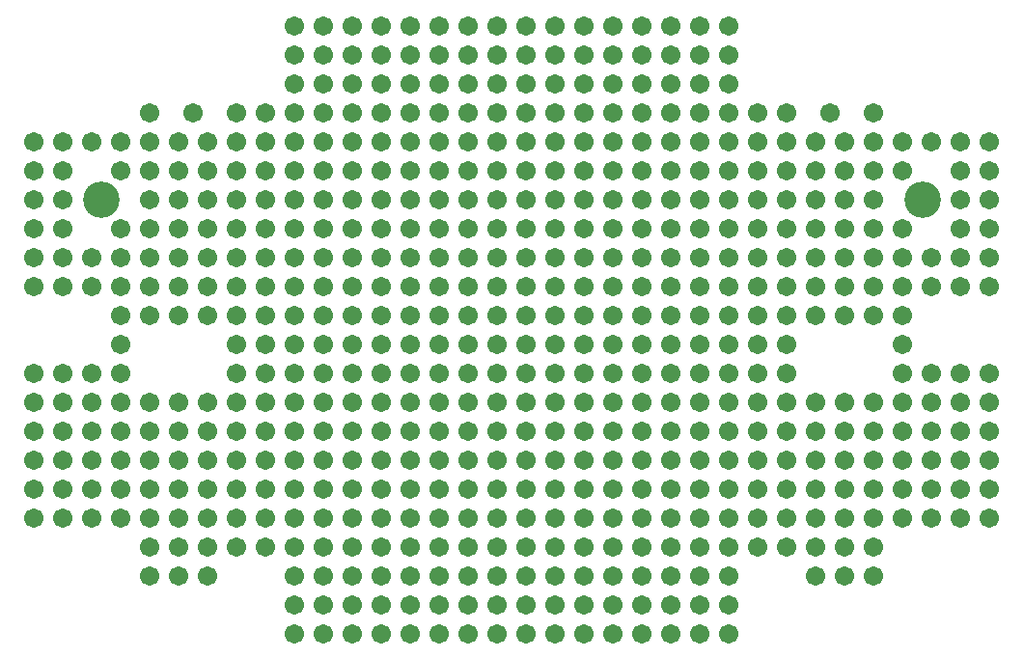
<source format=gbr>
G04 EAGLE Gerber RS-274X export*
G75*
%MOMM*%
%FSLAX34Y34*%
%LPD*%
%INSoldermask Top*%
%IPPOS*%
%AMOC8*
5,1,8,0,0,1.08239X$1,22.5*%
G01*
%ADD10C,1.711200*%
%ADD11C,3.203200*%


D10*
X304800Y127000D03*
X330200Y127000D03*
X355600Y127000D03*
X381000Y127000D03*
X406400Y127000D03*
X431800Y127000D03*
X457200Y127000D03*
X482600Y127000D03*
X508000Y127000D03*
X533400Y127000D03*
X558800Y127000D03*
X584200Y127000D03*
X609600Y127000D03*
X635000Y127000D03*
X660400Y127000D03*
X685800Y127000D03*
X685800Y152400D03*
X660400Y152400D03*
X635000Y152400D03*
X609600Y152400D03*
X584200Y152400D03*
X558800Y152400D03*
X533400Y152400D03*
X508000Y152400D03*
X482600Y152400D03*
X457200Y152400D03*
X431800Y152400D03*
X406400Y152400D03*
X381000Y152400D03*
X355600Y152400D03*
X330200Y152400D03*
X304800Y152400D03*
X304800Y177800D03*
X330200Y177800D03*
X355600Y177800D03*
X381000Y177800D03*
X406400Y177800D03*
X431800Y177800D03*
X457200Y177800D03*
X482600Y177800D03*
X508000Y177800D03*
X533400Y177800D03*
X558800Y177800D03*
X584200Y177800D03*
X609600Y177800D03*
X635000Y177800D03*
X660400Y177800D03*
X685800Y177800D03*
X812800Y203200D03*
X787400Y203200D03*
X762000Y203200D03*
X736600Y203200D03*
X711200Y203200D03*
X685800Y203200D03*
X660400Y203200D03*
X635000Y203200D03*
X609600Y203200D03*
X584200Y203200D03*
X558800Y203200D03*
X533400Y203200D03*
X508000Y203200D03*
X482600Y203200D03*
X457200Y203200D03*
X431800Y203200D03*
X406400Y203200D03*
X381000Y203200D03*
X355600Y203200D03*
X330200Y203200D03*
X304800Y203200D03*
X279400Y203200D03*
X254000Y203200D03*
X228600Y203200D03*
X203200Y203200D03*
X177800Y203200D03*
X76200Y228600D03*
X101600Y228600D03*
X127000Y228600D03*
X152400Y228600D03*
X177800Y228600D03*
X203200Y228600D03*
X228600Y228600D03*
X254000Y228600D03*
X279400Y228600D03*
X304800Y228600D03*
X330200Y228600D03*
X355600Y228600D03*
X381000Y228600D03*
X406400Y228600D03*
X431800Y228600D03*
X457200Y228600D03*
X482600Y228600D03*
X508000Y228600D03*
X533400Y228600D03*
X558800Y228600D03*
X584200Y228600D03*
X609600Y228600D03*
X635000Y228600D03*
X660400Y228600D03*
X685800Y228600D03*
X711200Y228600D03*
X736600Y228600D03*
X762000Y228600D03*
X787400Y228600D03*
X812800Y228600D03*
X838200Y228600D03*
X863600Y228600D03*
X889000Y228600D03*
X914400Y228600D03*
X914400Y254000D03*
X889000Y254000D03*
X863600Y254000D03*
X838200Y254000D03*
X812800Y254000D03*
X787400Y254000D03*
X762000Y254000D03*
X736600Y254000D03*
X711200Y254000D03*
X685800Y254000D03*
X660400Y254000D03*
X635000Y254000D03*
X609600Y254000D03*
X584200Y254000D03*
X558800Y254000D03*
X533400Y254000D03*
X508000Y254000D03*
X482600Y254000D03*
X457200Y254000D03*
X431800Y254000D03*
X406400Y254000D03*
X381000Y254000D03*
X355600Y254000D03*
X330200Y254000D03*
X304800Y254000D03*
X279400Y254000D03*
X254000Y254000D03*
X228600Y254000D03*
X203200Y254000D03*
X177800Y254000D03*
X152400Y254000D03*
X127000Y254000D03*
X101600Y254000D03*
X76200Y254000D03*
X76200Y279400D03*
X101600Y279400D03*
X127000Y279400D03*
X152400Y279400D03*
X177800Y279400D03*
X203200Y279400D03*
X228600Y279400D03*
X254000Y279400D03*
X279400Y279400D03*
X304800Y279400D03*
X330200Y279400D03*
X355600Y279400D03*
X381000Y279400D03*
X406400Y279400D03*
X431800Y279400D03*
X457200Y279400D03*
X482600Y279400D03*
X508000Y279400D03*
X533400Y279400D03*
X558800Y279400D03*
X584200Y279400D03*
X609600Y279400D03*
X635000Y279400D03*
X660400Y279400D03*
X685800Y279400D03*
X711200Y279400D03*
X736600Y279400D03*
X762000Y279400D03*
X787400Y279400D03*
X812800Y279400D03*
X838200Y279400D03*
X863600Y279400D03*
X889000Y279400D03*
X914400Y279400D03*
X914400Y304800D03*
X889000Y304800D03*
X863600Y304800D03*
X838200Y304800D03*
X812800Y304800D03*
X787400Y304800D03*
X762000Y304800D03*
X736600Y304800D03*
X711200Y304800D03*
X685800Y304800D03*
X660400Y304800D03*
X635000Y304800D03*
X609600Y304800D03*
X584200Y304800D03*
X558800Y304800D03*
X533400Y304800D03*
X508000Y304800D03*
X482600Y304800D03*
X457200Y304800D03*
X431800Y304800D03*
X406400Y304800D03*
X381000Y304800D03*
X355600Y304800D03*
X330200Y304800D03*
X304800Y304800D03*
X279400Y304800D03*
X254000Y304800D03*
X228600Y304800D03*
X203200Y304800D03*
X177800Y304800D03*
X152400Y304800D03*
X127000Y304800D03*
X101600Y304800D03*
X76200Y304800D03*
X76200Y330200D03*
X101600Y330200D03*
X127000Y330200D03*
X152400Y330200D03*
X177800Y330200D03*
X203200Y330200D03*
X228600Y330200D03*
X254000Y330200D03*
X279400Y330200D03*
X304800Y330200D03*
X330200Y330200D03*
X355600Y330200D03*
X381000Y330200D03*
X406400Y330200D03*
X431800Y330200D03*
X457200Y330200D03*
X482600Y330200D03*
X508000Y330200D03*
X533400Y330200D03*
X558800Y330200D03*
X584200Y330200D03*
X609600Y330200D03*
X635000Y330200D03*
X660400Y330200D03*
X685800Y330200D03*
X711200Y330200D03*
X736600Y330200D03*
X762000Y330200D03*
X787400Y330200D03*
X812800Y330200D03*
X838200Y330200D03*
X863600Y330200D03*
X889000Y330200D03*
X914400Y330200D03*
X914400Y355600D03*
X889000Y355600D03*
X863600Y355600D03*
X838200Y355600D03*
X736600Y355600D03*
X711200Y355600D03*
X685800Y355600D03*
X660400Y355600D03*
X635000Y355600D03*
X609600Y355600D03*
X584200Y355600D03*
X558800Y355600D03*
X533400Y355600D03*
X508000Y355600D03*
X482600Y355600D03*
X457200Y355600D03*
X431800Y355600D03*
X406400Y355600D03*
X381000Y355600D03*
X355600Y355600D03*
X330200Y355600D03*
X304800Y355600D03*
X279400Y355600D03*
X254000Y355600D03*
X152400Y355600D03*
X127000Y355600D03*
X101600Y355600D03*
X76200Y355600D03*
X152400Y381000D03*
X254000Y381000D03*
X279400Y381000D03*
X304800Y381000D03*
X330200Y381000D03*
X355600Y381000D03*
X381000Y381000D03*
X406400Y381000D03*
X431800Y381000D03*
X457200Y381000D03*
X482600Y381000D03*
X508000Y381000D03*
X533400Y381000D03*
X558800Y381000D03*
X584200Y381000D03*
X609600Y381000D03*
X635000Y381000D03*
X660400Y381000D03*
X685800Y381000D03*
X711200Y381000D03*
X736600Y381000D03*
X838200Y381000D03*
X838200Y406400D03*
X812800Y406400D03*
X787400Y406400D03*
X762000Y406400D03*
X736600Y406400D03*
X711200Y406400D03*
X685800Y406400D03*
X660400Y406400D03*
X635000Y406400D03*
X609600Y406400D03*
X584200Y406400D03*
X558800Y406400D03*
X533400Y406400D03*
X508000Y406400D03*
X482600Y406400D03*
X457200Y406400D03*
X431800Y406400D03*
X406400Y406400D03*
X381000Y406400D03*
X355600Y406400D03*
X330200Y406400D03*
X304800Y406400D03*
X279400Y406400D03*
X254000Y406400D03*
X228600Y406400D03*
X203200Y406400D03*
X177800Y406400D03*
X152400Y406400D03*
X76200Y431800D03*
X101600Y431800D03*
X127000Y431800D03*
X152400Y431800D03*
X177800Y431800D03*
X203200Y431800D03*
X228600Y431800D03*
X254000Y431800D03*
X279400Y431800D03*
X304800Y431800D03*
X330200Y431800D03*
X355600Y431800D03*
X381000Y431800D03*
X406400Y431800D03*
X431800Y431800D03*
X457200Y431800D03*
X482600Y431800D03*
X508000Y431800D03*
X533400Y431800D03*
X558800Y431800D03*
X584200Y431800D03*
X609600Y431800D03*
X635000Y431800D03*
X660400Y431800D03*
X685800Y431800D03*
X711200Y431800D03*
X736600Y431800D03*
X762000Y431800D03*
X787400Y431800D03*
X812800Y431800D03*
X838200Y431800D03*
X863600Y431800D03*
X889000Y431800D03*
X914400Y431800D03*
X914400Y457200D03*
X889000Y457200D03*
X863600Y457200D03*
X838200Y457200D03*
X812800Y457200D03*
X787400Y457200D03*
X762000Y457200D03*
X736600Y457200D03*
X711200Y457200D03*
X685800Y457200D03*
X660400Y457200D03*
X635000Y457200D03*
X609600Y457200D03*
X584200Y457200D03*
X558800Y457200D03*
X533400Y457200D03*
X508000Y457200D03*
X482600Y457200D03*
X457200Y457200D03*
X431800Y457200D03*
X406400Y457200D03*
X381000Y457200D03*
X355600Y457200D03*
X330200Y457200D03*
X304800Y457200D03*
X279400Y457200D03*
X254000Y457200D03*
X228600Y457200D03*
X203200Y457200D03*
X177800Y457200D03*
X152400Y457200D03*
X127000Y457200D03*
X101600Y457200D03*
X76200Y457200D03*
X76200Y482600D03*
X101600Y482600D03*
X152400Y482600D03*
X177800Y482600D03*
X203200Y482600D03*
X228600Y482600D03*
X254000Y482600D03*
X279400Y482600D03*
X304800Y482600D03*
X330200Y482600D03*
X355600Y482600D03*
X381000Y482600D03*
X406400Y482600D03*
X431800Y482600D03*
X457200Y482600D03*
X482600Y482600D03*
X508000Y482600D03*
X533400Y482600D03*
X558800Y482600D03*
X584200Y482600D03*
X635000Y482600D03*
X660400Y482600D03*
X685800Y482600D03*
X711200Y482600D03*
X736600Y482600D03*
X762000Y482600D03*
X787400Y482600D03*
X838200Y482600D03*
X889000Y482600D03*
X914400Y482600D03*
X914400Y508000D03*
X889000Y508000D03*
D11*
X855345Y508000D03*
D10*
X812800Y508000D03*
X787400Y508000D03*
X762000Y508000D03*
X736600Y508000D03*
X711200Y508000D03*
X685800Y508000D03*
X660400Y508000D03*
X635000Y508000D03*
X609600Y508000D03*
X584200Y508000D03*
X558800Y508000D03*
X533400Y508000D03*
X508000Y508000D03*
X482600Y508000D03*
X457200Y508000D03*
X431800Y508000D03*
X406400Y508000D03*
X381000Y508000D03*
X355600Y508000D03*
X330200Y508000D03*
X304800Y508000D03*
X279400Y508000D03*
X254000Y508000D03*
X228600Y508000D03*
X203200Y508000D03*
X177800Y508000D03*
D11*
X135255Y508000D03*
D10*
X101600Y508000D03*
X76200Y508000D03*
X76200Y533400D03*
X101600Y533400D03*
X152400Y533400D03*
X177800Y533400D03*
X203200Y533400D03*
X228600Y533400D03*
X254000Y533400D03*
X279400Y533400D03*
X304800Y533400D03*
X330200Y533400D03*
X355600Y533400D03*
X381000Y533400D03*
X406400Y533400D03*
X431800Y533400D03*
X457200Y533400D03*
X482600Y533400D03*
X508000Y533400D03*
X533400Y533400D03*
X558800Y533400D03*
X584200Y533400D03*
X609600Y533400D03*
X635000Y533400D03*
X660400Y533400D03*
X685800Y533400D03*
X711200Y533400D03*
X736600Y533400D03*
X762000Y533400D03*
X787400Y533400D03*
X812800Y533400D03*
X838200Y533400D03*
X889000Y533400D03*
X914400Y533400D03*
X914400Y558800D03*
X889000Y558800D03*
X863600Y558800D03*
X838200Y558800D03*
X812800Y558800D03*
X787400Y558800D03*
X762000Y558800D03*
X736600Y558800D03*
X711200Y558800D03*
X685800Y558800D03*
X660400Y558800D03*
X635000Y558800D03*
X609600Y558800D03*
X584200Y558800D03*
X558800Y558800D03*
X533400Y558800D03*
X508000Y558800D03*
X482600Y558800D03*
X457200Y558800D03*
X431800Y558800D03*
X406400Y558800D03*
X381000Y558800D03*
X355600Y558800D03*
X330200Y558800D03*
X304800Y558800D03*
X279400Y558800D03*
X254000Y558800D03*
X228600Y558800D03*
X203200Y558800D03*
X177800Y558800D03*
X152400Y558800D03*
X127000Y558800D03*
X101600Y558800D03*
X76200Y558800D03*
X177800Y584200D03*
X215900Y584200D03*
X254000Y584200D03*
X279400Y584200D03*
X304800Y584200D03*
X330200Y584200D03*
X355600Y584200D03*
X381000Y584200D03*
X406400Y584200D03*
X431800Y584200D03*
X457200Y584200D03*
X482600Y584200D03*
X508000Y584200D03*
X533400Y584200D03*
X558800Y584200D03*
X584200Y584200D03*
X609600Y584200D03*
X635000Y584200D03*
X660400Y584200D03*
X685800Y584200D03*
X711200Y584200D03*
X736600Y584200D03*
X774700Y584200D03*
X812800Y584200D03*
X685800Y609600D03*
X660400Y609600D03*
X635000Y609600D03*
X609600Y609600D03*
X584200Y609600D03*
X558800Y609600D03*
X533400Y609600D03*
X508000Y609600D03*
X482600Y609600D03*
X457200Y609600D03*
X431800Y609600D03*
X406400Y609600D03*
X381000Y609600D03*
X355600Y609600D03*
X330200Y609600D03*
X304800Y609600D03*
X304800Y635000D03*
X330200Y635000D03*
X355600Y635000D03*
X381000Y635000D03*
X406400Y635000D03*
X431800Y635000D03*
X457200Y635000D03*
X482600Y635000D03*
X508000Y635000D03*
X533400Y635000D03*
X558800Y635000D03*
X584200Y635000D03*
X609600Y635000D03*
X635000Y635000D03*
X660400Y635000D03*
X685800Y635000D03*
X685800Y660400D03*
X660400Y660400D03*
X635000Y660400D03*
X609600Y660400D03*
X584200Y660400D03*
X558800Y660400D03*
X533400Y660400D03*
X508000Y660400D03*
X482600Y660400D03*
X457200Y660400D03*
X431800Y660400D03*
X406400Y660400D03*
X381000Y660400D03*
X355600Y660400D03*
X330200Y660400D03*
X304800Y660400D03*
X609600Y482600D03*
X812800Y482600D03*
X228600Y177800D03*
X203200Y177800D03*
X177800Y177800D03*
X812800Y177800D03*
X787400Y177800D03*
X762000Y177800D03*
M02*

</source>
